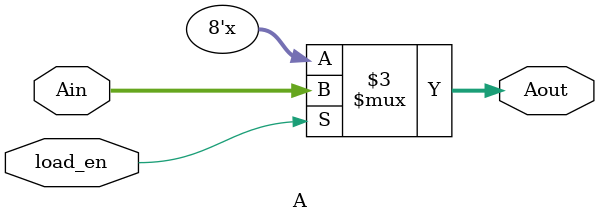
<source format=v>
module A #(parameter bit_width=8) (input [bit_width-1:0] Ain,
         input load_en,
         output reg [bit_width-1:0] Aout);

    
    // initialized to 0
    initial begin
        Aout = 0;
    end  
    
    always@(*)
        if(load_en)
			Aout <= Ain;

endmodule
</source>
